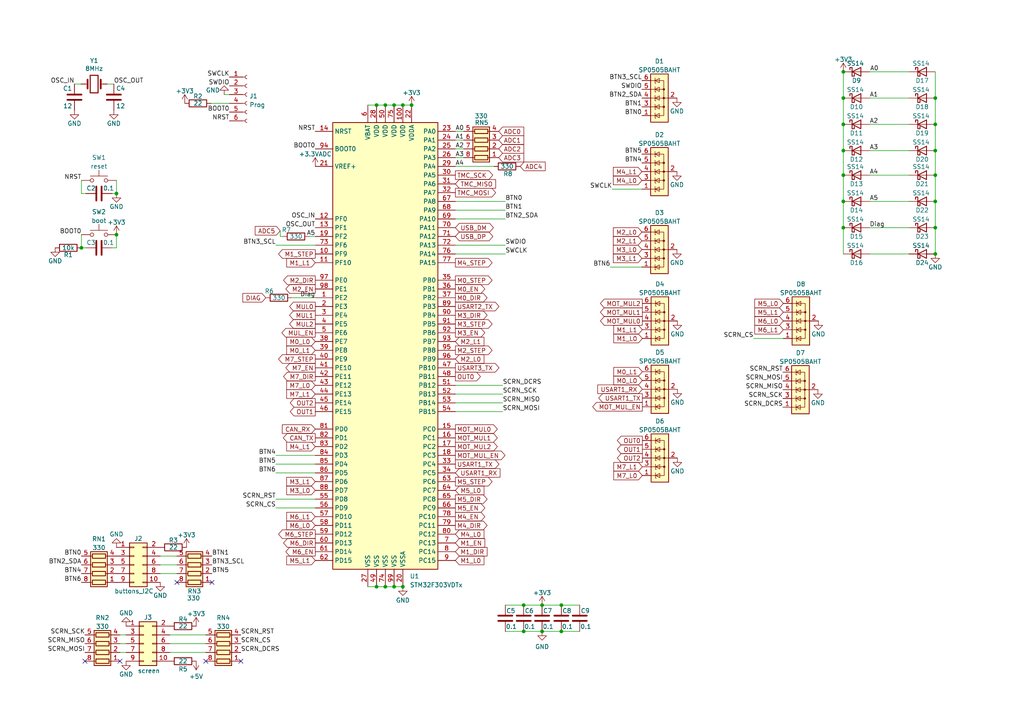
<source format=kicad_sch>
(kicad_sch (version 20211123) (generator eeschema)
  (paper "A4")
  (lib_symbols
    (symbol "Connector:Conn_01x06_Female" (pin_names (offset 1.016) hide)
      (property "Reference" "J" (at 0 7.62 0))
      (property "Value" "Conn_01x06_Female" (at 0 -10.16 0))
      (symbol "Conn_01x06_Female_1_1"
        (pin passive line (at -5.08 5.08 0) (length 3.81) (name "Pin_1") (number "1"))
        (pin passive line (at -5.08 2.54 0) (length 3.81) (name "Pin_2") (number "2"))
        (pin passive line (at -5.08 0 0) (length 3.81) (name "Pin_3") (number "3"))
        (pin passive line (at -5.08 -2.54 0) (length 3.81) (name "Pin_4") (number "4"))
        (pin passive line (at -5.08 -5.08 0) (length 3.81) (name "Pin_5") (number "5"))
        (pin passive line (at -5.08 -7.62 0) (length 3.81) (name "Pin_6") (number "6"))
      )
    )
    (symbol "Connector_Generic:Conn_02x05_Odd_Even" (pin_names (offset 1.016) hide)
      (property "Reference" "J" (at 1.27 7.62 0))
      (property "Value" "Conn_02x05_Odd_Even" (at 1.27 -7.62 0))
      (symbol "Conn_02x05_Odd_Even_1_1"
        (pin passive line (at -5.08 5.08 0) (length 3.81) (name "Pin_1") (number "1"))
        (pin passive line (at 7.62 -5.08 180) (length 3.81) (name "Pin_10") (number "10"))
        (pin passive line (at 7.62 5.08 180) (length 3.81) (name "Pin_2") (number "2"))
        (pin passive line (at -5.08 2.54 0) (length 3.81) (name "Pin_3") (number "3"))
        (pin passive line (at 7.62 2.54 180) (length 3.81) (name "Pin_4") (number "4"))
        (pin passive line (at -5.08 0 0) (length 3.81) (name "Pin_5") (number "5"))
        (pin passive line (at 7.62 0 180) (length 3.81) (name "Pin_6") (number "6"))
        (pin passive line (at -5.08 -2.54 0) (length 3.81) (name "Pin_7") (number "7"))
        (pin passive line (at 7.62 -2.54 180) (length 3.81) (name "Pin_8") (number "8"))
        (pin passive line (at -5.08 -5.08 0) (length 3.81) (name "Pin_9") (number "9"))
      )
    )
    (symbol "Device:C" (pin_numbers hide) (pin_names (offset 0.254))
      (property "Reference" "C" (at 0.635 2.54 0))
      (property "Value" "C" (at 0.635 -2.54 0))
      (symbol "C_1_1"
        (pin passive line (at 0 3.81 270) (length 2.794) (name "~") (number "1"))
        (pin passive line (at 0 -3.81 90) (length 2.794) (name "~") (number "2"))
      )
    )
    (symbol "Device:Crystal" (pin_numbers hide) (pin_names (offset 1.016) hide)
      (property "Reference" "Y" (at 0 3.81 0))
      (property "Value" "Crystal" (at 0 -3.81 0))
      (symbol "Crystal_1_1"
        (pin passive line (at -3.81 0 0) (length 1.27) (name "1") (number "1"))
        (pin passive line (at 3.81 0 180) (length 1.27) (name "2") (number "2"))
      )
    )
    (symbol "Device:D_Schottky" (pin_numbers hide) (pin_names (offset 1.016) hide)
      (property "Reference" "D" (at 0 2.54 0))
      (property "Value" "D_Schottky" (at 0 -2.54 0))
      (symbol "D_Schottky_1_1"
        (pin passive line (at -3.81 0 0) (length 2.54) (name "K") (number "1"))
        (pin passive line (at 3.81 0 180) (length 2.54) (name "A") (number "2"))
      )
    )
    (symbol "Device:R" (pin_numbers hide) (pin_names (offset 0))
      (property "Reference" "R" (at 2.032 0 90))
      (property "Value" "R" (at 0 0 90))
      (symbol "R_1_1"
        (pin passive line (at 0 3.81 270) (length 1.27) (name "~") (number "1"))
        (pin passive line (at 0 -3.81 90) (length 1.27) (name "~") (number "2"))
      )
    )
    (symbol "Device:R_Pack04" (pin_names (offset 0) hide)
      (property "Reference" "RN" (at -7.62 0 90))
      (property "Value" "R_Pack04" (at 5.08 0 90))
      (symbol "R_Pack04_1_1"
        (pin passive line (at -5.08 -5.08 90) (length 2.54) (name "R1.1") (number "1"))
        (pin passive line (at -2.54 -5.08 90) (length 2.54) (name "R2.1") (number "2"))
        (pin passive line (at 0 -5.08 90) (length 2.54) (name "R3.1") (number "3"))
        (pin passive line (at 2.54 -5.08 90) (length 2.54) (name "R4.1") (number "4"))
        (pin passive line (at 2.54 5.08 270) (length 2.54) (name "R4.2") (number "5"))
        (pin passive line (at 0 5.08 270) (length 2.54) (name "R3.2") (number "6"))
        (pin passive line (at -2.54 5.08 270) (length 2.54) (name "R2.2") (number "7"))
        (pin passive line (at -5.08 5.08 270) (length 2.54) (name "R1.2") (number "8"))
      )
    )
    (symbol "MCU_ST_STM32F3:STM32F303VDTx"
      (property "Reference" "U" (at -15.24 64.77 0))
      (property "Value" "STM32F303VDTx" (at 10.16 64.77 0))
      (symbol "STM32F303VDTx_1_1"
        (pin bidirectional line (at -20.32 12.7 0) (length 5.08) (name "PE2") (number "1"))
        (pin bidirectional line (at -20.32 25.4 0) (length 5.08) (name "PF9") (number "10"))
        (pin power_in line (at 5.08 68.58 270) (length 5.08) (name "VDD") (number "100"))
        (pin bidirectional line (at -20.32 22.86 0) (length 5.08) (name "PF10") (number "11"))
        (pin input line (at -20.32 35.56 0) (length 5.08) (name "PF0") (number "12"))
        (pin input line (at -20.32 33.02 0) (length 5.08) (name "PF1") (number "13"))
        (pin input line (at -20.32 60.96 0) (length 5.08) (name "NRST") (number "14"))
        (pin bidirectional line (at 20.32 -25.4 180) (length 5.08) (name "PC0") (number "15"))
        (pin bidirectional line (at 20.32 -27.94 180) (length 5.08) (name "PC1") (number "16"))
        (pin bidirectional line (at 20.32 -30.48 180) (length 5.08) (name "PC2") (number "17"))
        (pin bidirectional line (at 20.32 -33.02 180) (length 5.08) (name "PC3") (number "18"))
        (pin bidirectional line (at -20.32 30.48 0) (length 5.08) (name "PF2") (number "19"))
        (pin bidirectional line (at -20.32 10.16 0) (length 5.08) (name "PE3") (number "2"))
        (pin power_in line (at 5.08 -71.12 90) (length 5.08) (name "VSSA") (number "20"))
        (pin power_in line (at -20.32 50.8 0) (length 5.08) (name "VREF+") (number "21"))
        (pin power_in line (at 7.62 68.58 270) (length 5.08) (name "VDDA") (number "22"))
        (pin bidirectional line (at 20.32 60.96 180) (length 5.08) (name "PA0") (number "23"))
        (pin bidirectional line (at 20.32 58.42 180) (length 5.08) (name "PA1") (number "24"))
        (pin bidirectional line (at 20.32 55.88 180) (length 5.08) (name "PA2") (number "25"))
        (pin bidirectional line (at 20.32 53.34 180) (length 5.08) (name "PA3") (number "26"))
        (pin power_in line (at -5.08 -71.12 90) (length 5.08) (name "VSS") (number "27"))
        (pin power_in line (at -2.54 68.58 270) (length 5.08) (name "VDD") (number "28"))
        (pin bidirectional line (at 20.32 50.8 180) (length 5.08) (name "PA4") (number "29"))
        (pin bidirectional line (at -20.32 7.62 0) (length 5.08) (name "PE4") (number "3"))
        (pin bidirectional line (at 20.32 48.26 180) (length 5.08) (name "PA5") (number "30"))
        (pin bidirectional line (at 20.32 45.72 180) (length 5.08) (name "PA6") (number "31"))
        (pin bidirectional line (at 20.32 43.18 180) (length 5.08) (name "PA7") (number "32"))
        (pin bidirectional line (at 20.32 -35.56 180) (length 5.08) (name "PC4") (number "33"))
        (pin bidirectional line (at 20.32 -38.1 180) (length 5.08) (name "PC5") (number "34"))
        (pin bidirectional line (at 20.32 17.78 180) (length 5.08) (name "PB0") (number "35"))
        (pin bidirectional line (at 20.32 15.24 180) (length 5.08) (name "PB1") (number "36"))
        (pin bidirectional line (at 20.32 12.7 180) (length 5.08) (name "PB2") (number "37"))
        (pin bidirectional line (at -20.32 0 0) (length 5.08) (name "PE7") (number "38"))
        (pin bidirectional line (at -20.32 -2.54 0) (length 5.08) (name "PE8") (number "39"))
        (pin bidirectional line (at -20.32 5.08 0) (length 5.08) (name "PE5") (number "4"))
        (pin bidirectional line (at -20.32 -5.08 0) (length 5.08) (name "PE9") (number "40"))
        (pin bidirectional line (at -20.32 -7.62 0) (length 5.08) (name "PE10") (number "41"))
        (pin bidirectional line (at -20.32 -10.16 0) (length 5.08) (name "PE11") (number "42"))
        (pin bidirectional line (at -20.32 -12.7 0) (length 5.08) (name "PE12") (number "43"))
        (pin bidirectional line (at -20.32 -15.24 0) (length 5.08) (name "PE13") (number "44"))
        (pin bidirectional line (at -20.32 -17.78 0) (length 5.08) (name "PE14") (number "45"))
        (pin bidirectional line (at -20.32 -20.32 0) (length 5.08) (name "PE15") (number "46"))
        (pin bidirectional line (at 20.32 -7.62 180) (length 5.08) (name "PB10") (number "47"))
        (pin bidirectional line (at 20.32 -10.16 180) (length 5.08) (name "PB11") (number "48"))
        (pin power_in line (at -2.54 -71.12 90) (length 5.08) (name "VSS") (number "49"))
        (pin bidirectional line (at -20.32 2.54 0) (length 5.08) (name "PE6") (number "5"))
        (pin power_in line (at 0 68.58 270) (length 5.08) (name "VDD") (number "50"))
        (pin bidirectional line (at 20.32 -12.7 180) (length 5.08) (name "PB12") (number "51"))
        (pin bidirectional line (at 20.32 -15.24 180) (length 5.08) (name "PB13") (number "52"))
        (pin bidirectional line (at 20.32 -17.78 180) (length 5.08) (name "PB14") (number "53"))
        (pin bidirectional line (at 20.32 -20.32 180) (length 5.08) (name "PB15") (number "54"))
        (pin bidirectional line (at -20.32 -45.72 0) (length 5.08) (name "PD8") (number "55"))
        (pin bidirectional line (at -20.32 -48.26 0) (length 5.08) (name "PD9") (number "56"))
        (pin bidirectional line (at -20.32 -50.8 0) (length 5.08) (name "PD10") (number "57"))
        (pin bidirectional line (at -20.32 -53.34 0) (length 5.08) (name "PD11") (number "58"))
        (pin bidirectional line (at -20.32 -55.88 0) (length 5.08) (name "PD12") (number "59"))
        (pin power_in line (at -5.08 68.58 270) (length 5.08) (name "VBAT") (number "6"))
        (pin bidirectional line (at -20.32 -58.42 0) (length 5.08) (name "PD13") (number "60"))
        (pin bidirectional line (at -20.32 -60.96 0) (length 5.08) (name "PD14") (number "61"))
        (pin bidirectional line (at -20.32 -63.5 0) (length 5.08) (name "PD15") (number "62"))
        (pin bidirectional line (at 20.32 -40.64 180) (length 5.08) (name "PC6") (number "63"))
        (pin bidirectional line (at 20.32 -43.18 180) (length 5.08) (name "PC7") (number "64"))
        (pin bidirectional line (at 20.32 -45.72 180) (length 5.08) (name "PC8") (number "65"))
        (pin bidirectional line (at 20.32 -48.26 180) (length 5.08) (name "PC9") (number "66"))
        (pin bidirectional line (at 20.32 40.64 180) (length 5.08) (name "PA8") (number "67"))
        (pin bidirectional line (at 20.32 38.1 180) (length 5.08) (name "PA9") (number "68"))
        (pin bidirectional line (at 20.32 35.56 180) (length 5.08) (name "PA10") (number "69"))
        (pin bidirectional line (at 20.32 -58.42 180) (length 5.08) (name "PC13") (number "7"))
        (pin bidirectional line (at 20.32 33.02 180) (length 5.08) (name "PA11") (number "70"))
        (pin bidirectional line (at 20.32 30.48 180) (length 5.08) (name "PA12") (number "71"))
        (pin bidirectional line (at 20.32 27.94 180) (length 5.08) (name "PA13") (number "72"))
        (pin bidirectional line (at -20.32 27.94 0) (length 5.08) (name "PF6") (number "73"))
        (pin power_in line (at 0 -71.12 90) (length 5.08) (name "VSS") (number "74"))
        (pin power_in line (at 2.54 68.58 270) (length 5.08) (name "VDD") (number "75"))
        (pin bidirectional line (at 20.32 25.4 180) (length 5.08) (name "PA14") (number "76"))
        (pin bidirectional line (at 20.32 22.86 180) (length 5.08) (name "PA15") (number "77"))
        (pin bidirectional line (at 20.32 -50.8 180) (length 5.08) (name "PC10") (number "78"))
        (pin bidirectional line (at 20.32 -53.34 180) (length 5.08) (name "PC11") (number "79"))
        (pin bidirectional line (at 20.32 -60.96 180) (length 5.08) (name "PC14") (number "8"))
        (pin bidirectional line (at 20.32 -55.88 180) (length 5.08) (name "PC12") (number "80"))
        (pin bidirectional line (at -20.32 -25.4 0) (length 5.08) (name "PD0") (number "81"))
        (pin bidirectional line (at -20.32 -27.94 0) (length 5.08) (name "PD1") (number "82"))
        (pin bidirectional line (at -20.32 -30.48 0) (length 5.08) (name "PD2") (number "83"))
        (pin bidirectional line (at -20.32 -33.02 0) (length 5.08) (name "PD3") (number "84"))
        (pin bidirectional line (at -20.32 -35.56 0) (length 5.08) (name "PD4") (number "85"))
        (pin bidirectional line (at -20.32 -38.1 0) (length 5.08) (name "PD5") (number "86"))
        (pin bidirectional line (at -20.32 -40.64 0) (length 5.08) (name "PD6") (number "87"))
        (pin bidirectional line (at -20.32 -43.18 0) (length 5.08) (name "PD7") (number "88"))
        (pin bidirectional line (at 20.32 10.16 180) (length 5.08) (name "PB3") (number "89"))
        (pin bidirectional line (at 20.32 -63.5 180) (length 5.08) (name "PC15") (number "9"))
        (pin bidirectional line (at 20.32 7.62 180) (length 5.08) (name "PB4") (number "90"))
        (pin bidirectional line (at 20.32 5.08 180) (length 5.08) (name "PB5") (number "91"))
        (pin bidirectional line (at 20.32 2.54 180) (length 5.08) (name "PB6") (number "92"))
        (pin bidirectional line (at 20.32 0 180) (length 5.08) (name "PB7") (number "93"))
        (pin input line (at -20.32 55.88 0) (length 5.08) (name "BOOT0") (number "94"))
        (pin bidirectional line (at 20.32 -2.54 180) (length 5.08) (name "PB8") (number "95"))
        (pin bidirectional line (at 20.32 -5.08 180) (length 5.08) (name "PB9") (number "96"))
        (pin bidirectional line (at -20.32 17.78 0) (length 5.08) (name "PE0") (number "97"))
        (pin bidirectional line (at -20.32 15.24 0) (length 5.08) (name "PE1") (number "98"))
        (pin power_in line (at 2.54 -71.12 90) (length 5.08) (name "VSS") (number "99"))
      )
    )
    (symbol "Power_Protection:SP0505BAHT" (pin_names hide)
      (property "Reference" "D" (at 7.62 2.54 0))
      (property "Value" "SP0505BAHT" (at 7.62 0.635 0))
      (symbol "SP0505BAHT_0_0"
        (pin passive line (at 0 -5.08 90) (length 2.54) (name "A") (number "2"))
      )
      (symbol "SP0505BAHT_1_1"
        (pin passive line (at -5.08 5.08 270) (length 2.54) (name "K") (number "1"))
        (pin passive line (at -2.54 5.08 270) (length 2.54) (name "K") (number "3"))
        (pin passive line (at 0 5.08 270) (length 2.54) (name "K") (number "4"))
        (pin passive line (at 2.54 5.08 270) (length 2.54) (name "K") (number "5"))
        (pin passive line (at 5.08 5.08 270) (length 2.54) (name "K") (number "6"))
      )
    )
    (symbol "Switch:SW_Push" (pin_numbers hide) (pin_names (offset 1.016) hide)
      (property "Reference" "SW" (at 1.27 2.54 0))
      (property "Value" "SW_Push" (at 0 -1.524 0))
      (symbol "SW_Push_0_1"
        (pin passive line (at -5.08 0 0) (length 2.54) (name "1") (number "1"))
        (pin passive line (at 5.08 0 180) (length 2.54) (name "2") (number "2"))
      )
    )
    (symbol "power:+3.3VADC" (power) (pin_names (offset 0))
      (property "Value" "+3.3VADC" (at 0 2.54 0))
      (symbol "+3.3VADC_0_0"
        (pin power_in line (at 0 0 90) (length 0) hide (name "+3.3VADC") (number "1"))
      )
    )
    (symbol "power:+3V3" (power) (pin_names (offset 0))
      (property "Value" "+3V3" (at 0 3.556 0))
      (symbol "+3V3_1_1"
        (pin power_in line (at 0 0 90) (length 0) hide (name "+3V3") (number "1"))
      )
    )
    (symbol "power:+5V" (power) (pin_names (offset 0))
      (property "Value" "+5V" (at 0 3.556 0))
      (symbol "+5V_1_1"
        (pin power_in line (at 0 0 90) (length 0) hide (name "+5V") (number "1"))
      )
    )
    (symbol "power:GND" (power) (pin_names (offset 0))
      (property "Value" "GND" (at 0 -3.81 0))
      (symbol "GND_1_1"
        (pin power_in line (at 0 0 270) (length 0) hide (name "GND") (number "1"))
      )
    )
    (symbol "stm32-rescue:C" (pin_numbers hide) (pin_names (offset 0.254))
      (property "Reference" "C" (at 0.635 2.54 0))
      (property "Value" "C" (at 0.635 -2.54 0))
      (symbol "C_1_1"
        (pin passive line (at 0 3.81 270) (length 2.794) (name "~") (number "1"))
        (pin passive line (at 0 -3.81 90) (length 2.794) (name "~") (number "2"))
      )
    )
    (symbol "stm32-rescue:GND" (power) (pin_names (offset 0))
      (property "Value" "GND" (at 0 -3.81 0))
      (symbol "GND_1_1"
        (pin power_in line (at 0 0 270) (length 0) hide (name "GND") (number "1"))
      )
    )
  )
  (junction (at 151.892 175.514))
  (junction (at 23.622 71.882))
  (junction (at 157.226 183.134))
  (junction (at 109.22 170.18))
  (junction (at 271.272 36.068))
  (junction (at 116.84 170.18))
  (junction (at 111.76 30.48))
  (junction (at 157.226 175.514))
  (junction (at 271.272 43.688))
  (junction (at 109.22 30.48))
  (junction (at 271.272 58.42))
  (junction (at 271.272 66.04))
  (junction (at 114.3 30.48))
  (junction (at 162.814 175.514))
  (junction (at 111.76 170.18))
  (junction (at 244.602 36.068))
  (junction (at 244.602 20.828))
  (junction (at 114.3 170.18))
  (junction (at 244.602 28.448))
  (junction (at 271.272 50.8))
  (junction (at 119.38 30.48))
  (junction (at 33.782 56.134))
  (junction (at 244.602 58.42))
  (junction (at 271.272 28.448))
  (junction (at 244.602 43.688))
  (junction (at 151.892 183.134))
  (junction (at 33.782 68.072))
  (junction (at 162.814 183.134))
  (junction (at 244.602 66.04))
  (junction (at 116.84 30.48))
  (junction (at 244.602 50.8))
  (junction (at 271.272 73.66))
  (no_connect (at 69.85 191.77))
  (no_connect (at 59.69 191.77))
  (no_connect (at 51.308 168.91))
  (no_connect (at 61.468 168.91))
  (no_connect (at 34.798 191.77))
  (no_connect (at 24.638 191.77))
  (wire (pts (xy 252.222 20.828) (xy 263.652 20.828)))
  (wire (pts (xy 271.272 20.828) (xy 271.272 28.448)))
  (wire (pts (xy 49.276 186.69) (xy 59.69 186.69)))
  (wire (pts (xy 244.602 20.828) (xy 244.602 28.448)))
  (wire (pts (xy 252.222 73.66) (xy 263.652 73.66)))
  (wire (pts (xy 114.3 170.18) (xy 116.84 170.18)))
  (wire (pts (xy 84.709 86.36) (xy 91.44 86.36)))
  (wire (pts (xy 244.602 58.42) (xy 244.602 66.04)))
  (wire (pts (xy 106.68 170.18) (xy 109.22 170.18)))
  (wire (pts (xy 32.512 71.882) (xy 33.782 71.882)))
  (wire (pts (xy 145.796 114.3) (xy 132.08 114.3)))
  (wire (pts (xy 46.482 163.83) (xy 51.308 163.83)))
  (wire (pts (xy 271.272 50.8) (xy 271.272 58.42)))
  (wire (pts (xy 271.272 58.42) (xy 271.272 66.04)))
  (wire (pts (xy 81.28 68.58) (xy 82.042 68.58)))
  (wire (pts (xy 162.814 175.514) (xy 168.148 175.514)))
  (wire (pts (xy 80.01 134.62) (xy 91.44 134.62)))
  (wire (pts (xy 146.558 63.5) (xy 132.08 63.5)))
  (wire (pts (xy 157.226 183.134) (xy 162.814 183.134)))
  (wire (pts (xy 244.602 36.068) (xy 244.602 43.688)))
  (wire (pts (xy 252.222 50.8) (xy 263.652 50.8)))
  (wire (pts (xy 33.02 24.384) (xy 31.115 24.384)))
  (wire (pts (xy 271.272 28.448) (xy 271.272 36.068)))
  (wire (pts (xy 134.493 45.72) (xy 132.08 45.72)))
  (wire (pts (xy 244.602 43.688) (xy 244.602 50.8)))
  (wire (pts (xy 46.482 161.29) (xy 51.308 161.29)))
  (wire (pts (xy 23.622 56.134) (xy 23.622 52.324)))
  (wire (pts (xy 34.798 189.23) (xy 36.576 189.23)))
  (wire (pts (xy 145.796 111.76) (xy 132.08 111.76)))
  (wire (pts (xy 244.602 50.8) (xy 244.602 58.42)))
  (wire (pts (xy 116.84 30.48) (xy 119.38 30.48)))
  (wire (pts (xy 89.662 68.58) (xy 91.44 68.58)))
  (wire (pts (xy 151.892 175.514) (xy 157.226 175.514)))
  (wire (pts (xy 33.782 52.324) (xy 33.782 56.134)))
  (wire (pts (xy 65.024 27.432) (xy 66.548 27.432)))
  (wire (pts (xy 114.3 30.48) (xy 116.84 30.48)))
  (wire (pts (xy 80.01 71.12) (xy 91.44 71.12)))
  (wire (pts (xy 244.602 28.448) (xy 244.602 36.068)))
  (wire (pts (xy 145.796 119.38) (xy 132.08 119.38)))
  (wire (pts (xy 244.602 66.04) (xy 244.602 73.66)))
  (wire (pts (xy 134.493 43.18) (xy 132.08 43.18)))
  (wire (pts (xy 80.01 144.78) (xy 91.44 144.78)))
  (wire (pts (xy 218.567 98.171) (xy 227.203 98.171)))
  (wire (pts (xy 109.22 30.48) (xy 111.76 30.48)))
  (wire (pts (xy 23.622 68.072) (xy 23.622 71.882)))
  (wire (pts (xy 49.276 184.15) (xy 59.69 184.15)))
  (wire (pts (xy 132.08 48.26) (xy 143.256 48.26)))
  (wire (pts (xy 33.782 71.882) (xy 33.782 68.072)))
  (wire (pts (xy 81.28 66.929) (xy 81.28 68.58)))
  (wire (pts (xy 146.558 175.514) (xy 151.892 175.514)))
  (wire (pts (xy 252.222 66.04) (xy 263.652 66.04)))
  (wire (pts (xy 252.222 28.448) (xy 263.652 28.448)))
  (wire (pts (xy 21.59 24.384) (xy 23.495 24.384)))
  (wire (pts (xy 252.222 43.688) (xy 263.652 43.688)))
  (wire (pts (xy 49.276 189.23) (xy 59.69 189.23)))
  (wire (pts (xy 151.892 183.134) (xy 157.226 183.134)))
  (wire (pts (xy 80.01 132.08) (xy 91.44 132.08)))
  (wire (pts (xy 157.226 175.514) (xy 162.814 175.514)))
  (wire (pts (xy 177.546 54.864) (xy 186.182 54.864)))
  (wire (pts (xy 252.222 36.068) (xy 263.652 36.068)))
  (wire (pts (xy 61.214 29.972) (xy 66.548 29.972)))
  (wire (pts (xy 271.272 36.068) (xy 271.272 43.688)))
  (wire (pts (xy 146.558 183.134) (xy 151.892 183.134)))
  (wire (pts (xy 46.482 166.37) (xy 51.308 166.37)))
  (wire (pts (xy 271.272 43.688) (xy 271.272 50.8)))
  (wire (pts (xy 177.038 77.47) (xy 186.182 77.47)))
  (wire (pts (xy 109.22 170.18) (xy 111.76 170.18)))
  (wire (pts (xy 23.622 71.882) (xy 24.892 71.882)))
  (wire (pts (xy 132.08 73.66) (xy 146.558 73.66)))
  (wire (pts (xy 134.493 40.64) (xy 132.08 40.64)))
  (wire (pts (xy 146.558 58.42) (xy 132.08 58.42)))
  (wire (pts (xy 134.493 38.1) (xy 132.08 38.1)))
  (wire (pts (xy 252.222 58.42) (xy 263.652 58.42)))
  (wire (pts (xy 34.798 186.69) (xy 36.576 186.69)))
  (wire (pts (xy 271.272 66.04) (xy 271.272 73.66)))
  (wire (pts (xy 34.798 184.15) (xy 36.576 184.15)))
  (wire (pts (xy 33.782 56.134) (xy 32.512 56.134)))
  (wire (pts (xy 132.08 71.12) (xy 146.558 71.12)))
  (wire (pts (xy 111.76 170.18) (xy 114.3 170.18)))
  (wire (pts (xy 145.796 116.84) (xy 132.08 116.84)))
  (wire (pts (xy 111.76 30.48) (xy 114.3 30.48)))
  (wire (pts (xy 80.01 147.32) (xy 91.44 147.32)))
  (wire (pts (xy 80.01 137.16) (xy 91.44 137.16)))
  (wire (pts (xy 106.68 30.48) (xy 109.22 30.48)))
  (wire (pts (xy 162.814 183.134) (xy 168.148 183.134)))
  (wire (pts (xy 24.892 56.134) (xy 23.622 56.134)))
  (wire (pts (xy 146.558 60.96) (xy 132.08 60.96)))
  (label "BTN0" (at 146.558 58.42 0))
  (label "A5" (at 252.222 58.42 0))
  (label "SCRN_MOSI" (at 24.638 189.23 180))
  (label "BTN3_SCL" (at 80.01 71.12 180))
  (label "SCRN_RST" (at 227.076 107.95 180))
  (label "A3" (at 252.222 43.688 0))
  (label "A5" (at 91.44 68.58 180))
  (label "BTN5" (at 61.468 166.37 0))
  (label "BTN2_SDA" (at 186.182 28.448 180))
  (label "NRST" (at 91.44 38.1 180))
  (label "A1" (at 252.222 28.448 0))
  (label "BTN5" (at 80.01 134.62 180))
  (label "A4" (at 252.222 50.8 0))
  (label "SCRN_SCK" (at 24.638 184.15 180))
  (label "BTN4" (at 23.622 166.37 180))
  (label "BTN0" (at 186.182 33.528 180))
  (label "SCRN_SCK" (at 145.796 114.3 0))
  (label "SCRN_DCRS" (at 227.076 118.11 180))
  (label "SWCLK" (at 177.546 54.864 180))
  (label "A0" (at 132.08 38.1 0))
  (label "BTN1" (at 146.558 60.96 0))
  (label "OSC_IN" (at 91.44 63.5 180))
  (label "BTN1" (at 61.468 161.29 0))
  (label "BOOT0" (at 23.622 68.072 180))
  (label "BTN4" (at 80.01 132.08 180))
  (label "SWCLK" (at 66.548 22.352 180))
  (label "BTN1" (at 186.182 30.988 180))
  (label "SCRN_MISO" (at 227.076 113.03 180))
  (label "SCRN_DCRS" (at 69.85 189.23 0))
  (label "SWCLK" (at 146.558 73.66 0))
  (label "SCRN_RST" (at 69.85 184.15 0))
  (label "NRST" (at 66.548 35.052 180))
  (label "Diag" (at 91.44 86.36 180))
  (label "BTN3_SCL" (at 186.182 23.368 180))
  (label "BTN5" (at 186.182 44.704 180))
  (label "Diag" (at 252.222 66.04 0))
  (label "SCRN_MOSI" (at 227.076 110.49 180))
  (label "BTN2_SDA" (at 23.622 163.83 180))
  (label "OSC_IN" (at 21.59 24.384 180))
  (label "SCRN_CS" (at 80.01 147.32 180))
  (label "SCRN_CS" (at 69.85 186.69 0))
  (label "SCRN_MISO" (at 145.796 116.84 0))
  (label "OSC_OUT" (at 91.44 66.04 180))
  (label "A3" (at 132.08 45.72 0))
  (label "SCRN_MISO" (at 24.638 186.69 180))
  (label "BTN3_SCL" (at 61.468 163.83 0))
  (label "A1" (at 132.08 40.64 0))
  (label "SCRN_MOSI" (at 145.796 119.38 0))
  (label "SWDIO" (at 146.558 71.12 0))
  (label "SWDIO" (at 186.182 25.908 180))
  (label "SCRN_SCK" (at 227.076 115.57 180))
  (label "A0" (at 252.349 20.828 0))
  (label "BTN0" (at 23.622 161.29 180))
  (label "BOOT0" (at 91.44 43.18 180))
  (label "BOOT0" (at 66.548 32.512 180))
  (label "BTN2_SDA" (at 146.558 63.5 0))
  (label "SCRN_CS" (at 218.567 98.171 180))
  (label "BTN6" (at 23.622 168.91 180))
  (label "SCRN_DCRS" (at 145.796 111.76 0))
  (label "SWDIO" (at 66.548 24.892 180))
  (label "A2" (at 252.222 36.068 0))
  (label "OSC_OUT" (at 33.02 24.384 0))
  (label "SCRN_RST" (at 80.01 144.78 180))
  (label "BTN6" (at 177.038 77.47 180))
  (label "BTN6" (at 80.01 137.16 180))
  (label "BTN4" (at 186.182 47.244 180))
  (label "A4" (at 132.08 48.26 0))
  (label "A2" (at 132.08 43.18 0))
  (label "NRST" (at 23.622 52.324 180))
  (global_label "M1_L0" (shape input) (at 186.309 98.171 180) (property "Intersheet References" "${INTERSHEET_REFS}" (effects hide)))
  (global_label "M5_L0" (shape input) (at 132.08 142.24 0) (property "Intersheet References" "${INTERSHEET_REFS}" (effects hide)))
  (global_label "M2_DIR" (shape output) (at 91.44 81.28 180) (property "Intersheet References" "${INTERSHEET_REFS}" (effects hide)))
  (global_label "M6_L0" (shape input) (at 91.44 152.4 180) (property "Intersheet References" "${INTERSHEET_REFS}" (effects hide)))
  (global_label "M6_L1" (shape input) (at 227.203 95.631 180) (property "Intersheet References" "${INTERSHEET_REFS}" (effects hide)))
  (global_label "MUL1" (shape output) (at 91.44 91.44 180) (property "Intersheet References" "${INTERSHEET_REFS}" (effects hide)))
  (global_label "USART1_TX" (shape output) (at 132.08 134.62 0) (property "Intersheet References" "${INTERSHEET_REFS}" (effects hide)))
  (global_label "OUT0" (shape output) (at 132.08 109.22 0) (property "Intersheet References" "${INTERSHEET_REFS}" (effects hide)))
  (global_label "USART1_RX" (shape input) (at 186.309 112.903 180) (property "Intersheet References" "${INTERSHEET_REFS}" (effects hide)))
  (global_label "M3_L0" (shape input) (at 91.44 142.24 180) (property "Intersheet References" "${INTERSHEET_REFS}" (effects hide)))
  (global_label "M0_EN" (shape output) (at 132.08 83.82 0) (property "Intersheet References" "${INTERSHEET_REFS}" (effects hide)))
  (global_label "M6_EN" (shape output) (at 91.44 160.02 180) (property "Intersheet References" "${INTERSHEET_REFS}" (effects hide)))
  (global_label "MOT_MUL0" (shape output) (at 186.309 93.091 180) (property "Intersheet References" "${INTERSHEET_REFS}" (effects hide)))
  (global_label "DIAG" (shape input) (at 77.089 86.36 180) (property "Intersheet References" "${INTERSHEET_REFS}" (effects hide)))
  (global_label "M2_L1" (shape input) (at 186.182 69.85 180) (property "Intersheet References" "${INTERSHEET_REFS}" (effects hide)))
  (global_label "TMC_MISO" (shape input) (at 132.08 53.34 0) (property "Intersheet References" "${INTERSHEET_REFS}" (effects hide)))
  (global_label "CAN_RX" (shape input) (at 91.44 124.46 180) (property "Intersheet References" "${INTERSHEET_REFS}" (effects hide)))
  (global_label "M7_L0" (shape input) (at 186.309 137.922 180) (property "Intersheet References" "${INTERSHEET_REFS}" (effects hide)))
  (global_label "M4_L0" (shape input) (at 186.182 52.324 180) (property "Intersheet References" "${INTERSHEET_REFS}" (effects hide)))
  (global_label "M1_EN" (shape input) (at 132.08 157.48 0) (property "Intersheet References" "${INTERSHEET_REFS}" (effects hide)))
  (global_label "MOT_MUL_EN" (shape output) (at 132.08 132.08 0) (property "Intersheet References" "${INTERSHEET_REFS}" (effects hide)))
  (global_label "M7_L1" (shape input) (at 91.44 114.3 180) (property "Intersheet References" "${INTERSHEET_REFS}" (effects hide)))
  (global_label "USART1_RX" (shape input) (at 132.08 137.16 0) (property "Intersheet References" "${INTERSHEET_REFS}" (effects hide)))
  (global_label "M6_DIR" (shape output) (at 91.44 157.48 180) (property "Intersheet References" "${INTERSHEET_REFS}" (effects hide)))
  (global_label "USART1_TX" (shape output) (at 186.309 115.443 180) (property "Intersheet References" "${INTERSHEET_REFS}" (effects hide)))
  (global_label "M4_EN" (shape output) (at 132.08 149.86 0) (property "Intersheet References" "${INTERSHEET_REFS}" (effects hide)))
  (global_label "M0_L1" (shape input) (at 91.44 101.6 180) (property "Intersheet References" "${INTERSHEET_REFS}" (effects hide)))
  (global_label "M1_STEP" (shape output) (at 91.44 73.66 180) (property "Intersheet References" "${INTERSHEET_REFS}" (effects hide)))
  (global_label "OUT2" (shape output) (at 186.309 132.842 180) (property "Intersheet References" "${INTERSHEET_REFS}" (effects hide)))
  (global_label "ADC4" (shape input) (at 150.876 48.26 0) (property "Intersheet References" "${INTERSHEET_REFS}" (effects hide)))
  (global_label "OUT2" (shape output) (at 91.44 116.84 180) (property "Intersheet References" "${INTERSHEET_REFS}" (effects hide)))
  (global_label "M0_L0" (shape input) (at 186.309 110.363 180) (property "Intersheet References" "${INTERSHEET_REFS}" (effects hide)))
  (global_label "M3_L0" (shape input) (at 186.182 72.39 180) (property "Intersheet References" "${INTERSHEET_REFS}" (effects hide)))
  (global_label "M2_L1" (shape input) (at 132.08 99.06 0) (property "Intersheet References" "${INTERSHEET_REFS}" (effects hide)))
  (global_label "ADC2" (shape input) (at 144.653 43.18 0) (property "Intersheet References" "${INTERSHEET_REFS}" (effects hide)))
  (global_label "MOT_MUL1" (shape output) (at 132.08 127 0) (property "Intersheet References" "${INTERSHEET_REFS}" (effects hide)))
  (global_label "M0_STEP" (shape output) (at 132.08 81.28 0) (property "Intersheet References" "${INTERSHEET_REFS}" (effects hide)))
  (global_label "M7_L1" (shape input) (at 186.309 135.382 180) (property "Intersheet References" "${INTERSHEET_REFS}" (effects hide)))
  (global_label "MUL0" (shape output) (at 91.44 88.9 180) (property "Intersheet References" "${INTERSHEET_REFS}" (effects hide)))
  (global_label "M3_L1" (shape input) (at 186.182 74.93 180) (property "Intersheet References" "${INTERSHEET_REFS}" (effects hide)))
  (global_label "M1_DIR" (shape input) (at 132.08 160.02 0) (property "Intersheet References" "${INTERSHEET_REFS}" (effects hide)))
  (global_label "M2_EN" (shape output) (at 91.44 83.82 180) (property "Intersheet References" "${INTERSHEET_REFS}" (effects hide)))
  (global_label "M3_L1" (shape input) (at 91.44 139.7 180) (property "Intersheet References" "${INTERSHEET_REFS}" (effects hide)))
  (global_label "M3_EN" (shape output) (at 132.08 96.52 0) (property "Intersheet References" "${INTERSHEET_REFS}" (effects hide)))
  (global_label "M3_DIR" (shape output) (at 132.08 91.44 0) (property "Intersheet References" "${INTERSHEET_REFS}" (effects hide)))
  (global_label "MOT_MUL0" (shape output) (at 132.08 124.46 0) (property "Intersheet References" "${INTERSHEET_REFS}" (effects hide)))
  (global_label "M4_L1" (shape input) (at 91.44 129.54 180) (property "Intersheet References" "${INTERSHEET_REFS}" (effects hide)))
  (global_label "M5_L0" (shape input) (at 227.203 88.011 180) (property "Intersheet References" "${INTERSHEET_REFS}" (effects hide)))
  (global_label "M1_L1" (shape input) (at 91.44 76.2 180) (property "Intersheet References" "${INTERSHEET_REFS}" (effects hide)))
  (global_label "M7_DIR" (shape output) (at 91.44 109.22 180) (property "Intersheet References" "${INTERSHEET_REFS}" (effects hide)))
  (global_label "MUL_EN" (shape output) (at 91.44 96.52 180) (property "Intersheet References" "${INTERSHEET_REFS}" (effects hide)))
  (global_label "USB_DM" (shape bidirectional) (at 132.08 66.04 0) (property "Intersheet References" "${INTERSHEET_REFS}" (effects hide)))
  (global_label "M4_L0" (shape input) (at 132.08 154.94 0) (property "Intersheet References" "${INTERSHEET_REFS}" (effects hide)))
  (global_label "M5_STEP" (shape output) (at 132.08 139.7 0) (property "Intersheet References" "${INTERSHEET_REFS}" (effects hide)))
  (global_label "MOT_MUL2" (shape output) (at 132.08 129.54 0) (property "Intersheet References" "${INTERSHEET_REFS}" (effects hide)))
  (global_label "USART3_TX" (shape output) (at 132.08 106.68 0) (property "Intersheet References" "${INTERSHEET_REFS}" (effects hide)))
  (global_label "M5_L1" (shape input) (at 227.203 90.551 180) (property "Intersheet References" "${INTERSHEET_REFS}" (effects hide)))
  (global_label "TMC_SCK" (shape output) (at 132.08 50.8 0) (property "Intersheet References" "${INTERSHEET_REFS}" (effects hide)))
  (global_label "ADC0" (shape input) (at 144.653 38.1 0) (property "Intersheet References" "${INTERSHEET_REFS}" (effects hide)))
  (global_label "M1_L1" (shape input) (at 186.309 95.631 180) (property "Intersheet References" "${INTERSHEET_REFS}" (effects hide)))
  (global_label "M6_STEP" (shape output) (at 91.44 154.94 180) (property "Intersheet References" "${INTERSHEET_REFS}" (effects hide)))
  (global_label "M5_L1" (shape input) (at 91.44 162.56 180) (property "Intersheet References" "${INTERSHEET_REFS}" (effects hide)))
  (global_label "MOT_MUL1" (shape output) (at 186.309 90.551 180) (property "Intersheet References" "${INTERSHEET_REFS}" (effects hide)))
  (global_label "ADC1" (shape input) (at 144.653 40.64 0) (property "Intersheet References" "${INTERSHEET_REFS}" (effects hide)))
  (global_label "M5_DIR" (shape output) (at 132.08 144.78 0) (property "Intersheet References" "${INTERSHEET_REFS}" (effects hide)))
  (global_label "M6_L1" (shape input) (at 91.44 149.86 180) (property "Intersheet References" "${INTERSHEET_REFS}" (effects hide)))
  (global_label "CAN_TX" (shape output) (at 91.44 127 180) (property "Intersheet References" "${INTERSHEET_REFS}" (effects hide)))
  (global_label "OUT0" (shape output) (at 186.309 127.762 180) (property "Intersheet References" "${INTERSHEET_REFS}" (effects hide)))
  (global_label "TMC_MOSI" (shape output) (at 132.08 55.88 0) (property "Intersheet References" "${INTERSHEET_REFS}" (effects hide)))
  (global_label "M3_STEP" (shape output) (at 132.08 93.98 0) (property "Intersheet References" "${INTERSHEET_REFS}" (effects hide)))
  (global_label "M0_DIR" (shape output) (at 132.08 86.36 0) (property "Intersheet References" "${INTERSHEET_REFS}" (effects hide)))
  (global_label "MUL2" (shape output) (at 91.44 93.98 180) (property "Intersheet References" "${INTERSHEET_REFS}" (effects hide)))
  (global_label "M6_L0" (shape input) (at 227.203 93.091 180) (property "Intersheet References" "${INTERSHEET_REFS}" (effects hide)))
  (global_label "M2_STEP" (shape output) (at 132.08 101.6 0) (property "Intersheet References" "${INTERSHEET_REFS}" (effects hide)))
  (global_label "M1_L0" (shape input) (at 132.08 162.56 0) (property "Intersheet References" "${INTERSHEET_REFS}" (effects hide)))
  (global_label "M0_L0" (shape input) (at 91.44 99.06 180) (property "Intersheet References" "${INTERSHEET_REFS}" (effects hide)))
  (global_label "M7_STEP" (shape output) (at 91.44 104.14 180) (property "Intersheet References" "${INTERSHEET_REFS}" (effects hide)))
  (global_label "OUT1" (shape output) (at 186.309 130.302 180) (property "Intersheet References" "${INTERSHEET_REFS}" (effects hide)))
  (global_label "USB_DP" (shape bidirectional) (at 132.08 68.58 0) (property "Intersheet References" "${INTERSHEET_REFS}" (effects hide)))
  (global_label "M5_EN" (shape output) (at 132.08 147.32 0) (property "Intersheet References" "${INTERSHEET_REFS}" (effects hide)))
  (global_label "OUT1" (shape output) (at 91.44 119.38 180) (property "Intersheet References" "${INTERSHEET_REFS}" (effects hide)))
  (global_label "M0_L1" (shape input) (at 186.309 107.823 180) (property "Intersheet References" "${INTERSHEET_REFS}" (effects hide)))
  (global_label "M4_L1" (shape input) (at 186.182 49.784 180) (property "Intersheet References" "${INTERSHEET_REFS}" (effects hide)))
  (global_label "M4_STEP" (shape output) (at 132.08 76.2 0) (property "Intersheet References" "${INTERSHEET_REFS}" (effects hide)))
  (global_label "ADC5" (shape input) (at 81.28 66.929 180) (property "Intersheet References" "${INTERSHEET_REFS}" (effects hide)))
  (global_label "M2_L0" (shape input) (at 186.182 67.31 180) (property "Intersheet References" "${INTERSHEET_REFS}" (effects hide)))
  (global_label "MOT_MUL_EN" (shape output) (at 186.309 117.983 180) (property "Intersheet References" "${INTERSHEET_REFS}" (effects hide)))
  (global_label "ADC3" (shape input) (at 144.653 45.72 0) (property "Intersheet References" "${INTERSHEET_REFS}" (effects hide)))
  (global_label "MOT_MUL2" (shape output) (at 186.309 88.011 180) (property "Intersheet References" "${INTERSHEET_REFS}" (effects hide)))
  (global_label "M7_EN" (shape output) (at 91.44 106.68 180) (property "Intersheet References" "${INTERSHEET_REFS}" (effects hide)))
  (global_label "USART2_TX" (shape output) (at 132.08 88.9 0) (property "Intersheet References" "${INTERSHEET_REFS}" (effects hide)))
  (global_label "M2_L0" (shape input) (at 132.08 104.14 0) (property "Intersheet References" "${INTERSHEET_REFS}" (effects hide)))
  (global_label "M7_L0" (shape input) (at 91.44 111.76 180) (property "Intersheet References" "${INTERSHEET_REFS}" (effects hide)))
  (global_label "M4_DIR" (shape output) (at 132.08 152.4 0) (property "Intersheet References" "${INTERSHEET_REFS}" (effects hide)))
  (symbol (lib_id "Device:C") (at 157.226 179.324 0) (unit 1)
    (property "Reference" "C7" (at 157.48 177.165 0) (effects (justify left)))
    (property "Value" "0.1" (at 157.353 181.737 0) (effects (justify left)))
    (property "Footprint" "Capacitor_SMD:C_0603_1608Metric_Pad1.08x0.95mm_HandSolder" (effects hide))
  )
  (symbol (lib_id "stm32-rescue:GND") (at 36.576 181.61 180) (unit 1)
    (property "Reference" "#PWR0111" (effects hide))
    (property "Value" "GND" (at 36.576 177.8 0))
  )
  (symbol (lib_id "Connector:Conn_01x06_Female") (at 71.628 27.432 0) (unit 1)
    (property "Reference" "J1" (at 72.3392 27.8673 0) (effects (justify left)))
    (property "Value" "Prog" (at 72.3392 30.4042 0) (effects (justify left)))
    (property "Footprint" "Connector_PinSocket_1.27mm:PinSocket_1x06_P1.27mm_Vertical" (effects hide))
  )
  (symbol (lib_id "Device:R") (at 57.404 29.972 90) (unit 1)
    (property "Reference" "R2" (at 57.404 27.94 90))
    (property "Value" "22" (at 57.404 29.972 90))
    (property "Footprint" "Resistor_SMD:R_0603_1608Metric_Pad0.98x0.95mm_HandSolder" (effects hide))
  )
  (symbol (lib_id "Device:D_Schottky") (at 267.462 20.828 0) (unit 1)
    (property "Reference" "D17" (at 267.462 23.368 0))
    (property "Value" "SS14" (at 267.1445 18.3951 0))
    (property "Footprint" "Diode_SMD:D_SOD-323_HandSoldering" (effects hide))
  )
  (symbol (lib_id "power:GND") (at 116.84 170.18 0) (unit 1)
    (property "Reference" "#PWR07" (effects hide))
    (property "Value" "GND" (at 116.84 174.117 0))
  )
  (symbol (lib_id "Device:R_Pack04") (at 29.718 186.69 90) (unit 1)
    (property "Reference" "RN2" (at 29.718 179.1802 90))
    (property "Value" "330" (at 29.718 181.7171 90))
    (property "Footprint" "Resistor_SMD:R_Array_Convex_4x0603" (effects hide))
  )
  (symbol (lib_id "power:+5V") (at 56.896 191.77 180) (unit 1)
    (property "Reference" "#PWR0116" (effects hide))
    (property "Value" "+5V" (at 56.896 196.2134 0))
  )
  (symbol (lib_id "power:+3V3") (at 119.38 30.48 0) (unit 1)
    (property "Reference" "#PWR08" (effects hide))
    (property "Value" "+3V3" (at 119.38 26.9042 0))
  )
  (symbol (lib_id "MCU_ST_STM32F3:STM32F303VDTx") (at 111.76 99.06 0) (unit 1)
    (property "Reference" "U1" (at 118.8594 167.1304 0) (effects (justify left)))
    (property "Value" "STM32F303VDTx" (at 118.8594 169.6673 0) (effects (justify left)))
    (property "Footprint" "Package_QFP:LQFP-100_14x14mm_P0.5mm" (effects hide))
    (property "Datasheet" "http://www.st.com/st-web-ui/static/active/en/resource/technical/document/datasheet/DM00118585.pdf" (effects hide))
  )
  (symbol (lib_id "Device:D_Schottky") (at 248.412 36.068 0) (unit 1)
    (property "Reference" "D11" (at 248.412 38.608 0))
    (property "Value" "SS14" (at 248.0945 33.6351 0))
    (property "Footprint" "Diode_SMD:D_SOD-323_HandSoldering" (effects hide))
  )
  (symbol (lib_id "Device:C") (at 162.814 179.324 0) (unit 1)
    (property "Reference" "C8" (at 163.068 177.165 0) (effects (justify left)))
    (property "Value" "0.1" (at 162.941 181.737 0) (effects (justify left)))
    (property "Footprint" "Capacitor_SMD:C_0603_1608Metric_Pad1.08x0.95mm_HandSolder" (effects hide))
  )
  (symbol (lib_id "Device:R") (at 53.086 181.61 90) (unit 1)
    (property "Reference" "R4" (at 53.086 179.578 90))
    (property "Value" "22" (at 53.086 181.61 90))
    (property "Footprint" "Resistor_SMD:R_0603_1608Metric_Pad0.98x0.95mm_HandSolder" (effects hide))
  )
  (symbol (lib_id "Switch:SW_Push") (at 28.702 52.324 0) (unit 1)
    (property "Reference" "SW1" (at 28.702 45.7032 0))
    (property "Value" "reset" (at 28.702 48.2401 0))
    (property "Footprint" "Button_Switch_SMD:SW_SPST_FSMSM" (effects hide))
  )
  (symbol (lib_id "power:+3V3") (at 53.594 29.972 0) (unit 1)
    (property "Reference" "#PWR09" (effects hide))
    (property "Value" "+3V3" (at 53.594 26.3962 0))
  )
  (symbol (lib_id "stm32-rescue:GND") (at 196.469 132.842 0) (unit 1)
    (property "Reference" "#PWR0110" (effects hide))
    (property "Value" "GND" (at 196.469 136.652 0))
  )
  (symbol (lib_id "Device:D_Schottky") (at 267.462 36.068 0) (unit 1)
    (property "Reference" "D19" (at 267.462 38.608 0))
    (property "Value" "SS14" (at 267.1445 33.6351 0))
    (property "Footprint" "Diode_SMD:D_SOD-323_HandSoldering" (effects hide))
  )
  (symbol (lib_id "Device:D_Schottky") (at 248.412 66.04 0) (unit 1)
    (property "Reference" "D15" (at 248.412 68.58 0))
    (property "Value" "SS14" (at 248.0945 63.6071 0))
    (property "Footprint" "Diode_SMD:D_SOD-323_HandSoldering" (effects hide))
  )
  (symbol (lib_id "stm32-rescue:GND") (at 237.236 113.03 0) (unit 1)
    (property "Reference" "#PWR0106" (effects hide))
    (property "Value" "GND" (at 237.236 116.84 0))
  )
  (symbol (lib_id "Device:R_Pack04") (at 139.573 40.64 90) (unit 1)
    (property "Reference" "RN5" (at 139.7 35.56 90))
    (property "Value" "330" (at 139.573 33.655 90))
    (property "Footprint" "Resistor_SMD:R_Array_Convex_4x0603" (effects hide))
  )
  (symbol (lib_id "Connector_Generic:Conn_02x05_Odd_Even") (at 41.656 186.69 0) (unit 1)
    (property "Reference" "J3" (at 42.926 179.07 0))
    (property "Value" "screen" (at 43.18 194.564 0))
    (property "Footprint" "Connector_IDC:IDC-Header_2x05_P2.54mm_Vertical" (effects hide))
  )
  (symbol (lib_id "Device:D_Schottky") (at 267.462 50.8 0) (unit 1)
    (property "Reference" "D21" (at 267.462 53.34 0))
    (property "Value" "SS14" (at 267.1445 48.3671 0))
    (property "Footprint" "Diode_SMD:D_SOD-323_HandSoldering" (effects hide))
  )
  (symbol (lib_id "power:GND") (at 65.024 27.432 180) (unit 1)
    (property "Reference" "#PWR012" (effects hide))
    (property "Value" "GND" (at 59.69 26.162 0) (effects (justify right)))
  )
  (symbol (lib_id "Device:R") (at 50.292 158.75 90) (unit 1)
    (property "Reference" "R3" (at 50.292 156.718 90))
    (property "Value" "22" (at 50.292 158.75 90))
    (property "Footprint" "Resistor_SMD:R_0603_1608Metric_Pad0.98x0.95mm_HandSolder" (effects hide))
  )
  (symbol (lib_id "stm32-rescue:GND") (at 33.782 158.75 180) (unit 1)
    (property "Reference" "#PWR0112" (effects hide))
    (property "Value" "GND" (at 33.782 154.94 0))
  )
  (symbol (lib_id "Power_Protection:SP0505BAHT") (at 232.283 93.091 90) (unit 1)
    (property "Reference" "D8" (at 232.283 82.4062 90))
    (property "Value" "SP0505BAHT" (at 232.283 84.9431 90))
    (property "Footprint" "Package_TO_SOT_SMD:SOT-23-6" (effects hide))
    (property "Datasheet" "http://www.littelfuse.com/~/media/files/littelfuse/technical%20resources/documents/data%20sheets/sp05xxba.pdf" (effects hide))
  )
  (symbol (lib_id "Device:R_Pack04") (at 56.388 163.83 90) (unit 1)
    (property "Reference" "RN3" (at 56.388 171.45 90))
    (property "Value" "330" (at 56.134 173.482 90))
    (property "Footprint" "Resistor_SMD:R_Array_Convex_4x0603" (effects hide))
  )
  (symbol (lib_id "Device:C") (at 28.702 71.882 90) (unit 1)
    (property "Reference" "C3" (at 26.416 70.358 90))
    (property "Value" "0.1" (at 31.496 70.358 90))
    (property "Footprint" "Capacitor_SMD:C_0603_1608Metric_Pad1.08x0.95mm_HandSolder" (effects hide))
  )
  (symbol (lib_id "Device:C") (at 168.148 179.324 0) (unit 1)
    (property "Reference" "C9" (at 168.402 177.165 0) (effects (justify left)))
    (property "Value" "0.1" (at 168.275 181.737 0) (effects (justify left)))
    (property "Footprint" "Capacitor_SMD:C_0603_1608Metric_Pad1.08x0.95mm_HandSolder" (effects hide))
  )
  (symbol (lib_id "power:GND") (at 157.226 183.134 0) (unit 1)
    (property "Reference" "#PWR011" (effects hide))
    (property "Value" "GND" (at 157.226 187.5774 0))
  )
  (symbol (lib_id "Device:C") (at 28.702 56.134 90) (unit 1)
    (property "Reference" "C2" (at 26.416 54.61 90))
    (property "Value" "0.1" (at 31.496 54.61 90))
    (property "Footprint" "Capacitor_SMD:C_0603_1608Metric_Pad1.08x0.95mm_HandSolder" (effects hide))
  )
  (symbol (lib_id "Device:D_Schottky") (at 248.412 58.42 0) (unit 1)
    (property "Reference" "D14" (at 248.412 60.96 0))
    (property "Value" "SS14" (at 248.0945 55.9871 0))
    (property "Footprint" "Diode_SMD:D_SOD-323_HandSoldering" (effects hide))
  )
  (symbol (lib_id "Power_Protection:SP0505BAHT") (at 191.389 112.903 90) (unit 1)
    (property "Reference" "D5" (at 191.389 102.2182 90))
    (property "Value" "SP0505BAHT" (at 191.389 104.7551 90))
    (property "Footprint" "Package_TO_SOT_SMD:SOT-23-6" (effects hide))
    (property "Datasheet" "http://www.littelfuse.com/~/media/files/littelfuse/technical%20resources/documents/data%20sheets/sp05xxba.pdf" (effects hide))
  )
  (symbol (lib_id "stm32-rescue:GND") (at 196.469 112.903 0) (unit 1)
    (property "Reference" "#PWR0109" (effects hide))
    (property "Value" "GND" (at 196.469 116.713 0))
  )
  (symbol (lib_id "stm32-rescue:GND") (at 237.363 93.091 0) (unit 1)
    (property "Reference" "#PWR0105" (effects hide))
    (property "Value" "GND" (at 237.363 96.901 0))
  )
  (symbol (lib_id "stm32-rescue:GND") (at 33.782 56.134 0) (unit 1)
    (property "Reference" "#PWR03" (effects hide))
    (property "Value" "GND" (at 33.782 59.944 0))
  )
  (symbol (lib_id "power:+3V3") (at 157.226 175.514 0) (unit 1)
    (property "Reference" "#PWR010" (effects hide))
    (property "Value" "+3V3" (at 157.226 171.9382 0))
  )
  (symbol (lib_id "Switch:SW_Push") (at 28.702 68.072 0) (unit 1)
    (property "Reference" "SW2" (at 28.702 61.4512 0))
    (property "Value" "boot" (at 28.702 63.9881 0))
    (property "Footprint" "Button_Switch_SMD:SW_SPST_FSMSM" (effects hide))
  )
  (symbol (lib_id "stm32-rescue:GND") (at 16.002 71.882 0) (unit 1)
    (property "Reference" "#PWR01" (effects hide))
    (property "Value" "GND" (at 16.002 75.692 0))
  )
  (symbol (lib_id "Power_Protection:SP0505BAHT") (at 232.156 113.03 90) (unit 1)
    (property "Reference" "D7" (at 232.156 102.3452 90))
    (property "Value" "SP0505BAHT" (at 232.156 104.8821 90))
    (property "Footprint" "Package_TO_SOT_SMD:SOT-23-6" (effects hide))
    (property "Datasheet" "http://www.littelfuse.com/~/media/files/littelfuse/technical%20resources/documents/data%20sheets/sp05xxba.pdf" (effects hide))
  )
  (symbol (lib_id "Power_Protection:SP0505BAHT") (at 191.262 49.784 90) (unit 1)
    (property "Reference" "D2" (at 191.262 39.0992 90))
    (property "Value" "SP0505BAHT" (at 191.262 41.6361 90))
    (property "Footprint" "Package_TO_SOT_SMD:SOT-23-6" (effects hide))
    (property "Datasheet" "http://www.littelfuse.com/~/media/files/littelfuse/technical%20resources/documents/data%20sheets/sp05xxba.pdf" (effects hide))
  )
  (symbol (lib_id "Power_Protection:SP0505BAHT") (at 191.262 28.448 90) (unit 1)
    (property "Reference" "D1" (at 191.262 17.7632 90))
    (property "Value" "SP0505BAHT" (at 191.262 20.3001 90))
    (property "Footprint" "Package_TO_SOT_SMD:SOT-23-6" (effects hide))
    (property "Datasheet" "http://www.littelfuse.com/~/media/files/littelfuse/technical%20resources/documents/data%20sheets/sp05xxba.pdf" (effects hide))
  )
  (symbol (lib_id "stm32-rescue:GND") (at 21.59 32.004 0) (unit 1)
    (property "Reference" "#PWR02" (effects hide))
    (property "Value" "GND" (at 21.59 35.814 0))
  )
  (symbol (lib_id "Power_Protection:SP0505BAHT") (at 191.389 93.091 90) (unit 1)
    (property "Reference" "D4" (at 191.389 82.4062 90))
    (property "Value" "SP0505BAHT" (at 191.389 84.9431 90))
    (property "Footprint" "Package_TO_SOT_SMD:SOT-23-6" (effects hide))
    (property "Datasheet" "http://www.littelfuse.com/~/media/files/littelfuse/technical%20resources/documents/data%20sheets/sp05xxba.pdf" (effects hide))
  )
  (symbol (lib_id "Device:D_Schottky") (at 248.412 43.688 0) (unit 1)
    (property "Reference" "D12" (at 248.412 46.228 0))
    (property "Value" "SS14" (at 248.0945 41.2551 0))
    (property "Footprint" "Diode_SMD:D_SOD-323_HandSoldering" (effects hide))
  )
  (symbol (lib_id "Device:R") (at 53.086 191.77 90) (unit 1)
    (property "Reference" "R5" (at 53.086 194.056 90))
    (property "Value" "22" (at 53.086 191.77 90))
    (property "Footprint" "Resistor_SMD:R_0603_1608Metric_Pad0.98x0.95mm_HandSolder" (effects hide))
  )
  (symbol (lib_id "power:+3V3") (at 33.782 68.072 0) (unit 1)
    (property "Reference" "#PWR04" (effects hide))
    (property "Value" "+3V3" (at 33.782 64.4962 0))
  )
  (symbol (lib_id "Device:R") (at 147.066 48.26 90) (unit 1)
    (property "Reference" "R8" (at 147.32 50.419 90))
    (property "Value" "330" (at 147.066 48.26 90))
    (property "Footprint" "Resistor_SMD:R_0603_1608Metric_Pad0.98x0.95mm_HandSolder" (effects hide))
  )
  (symbol (lib_id "Device:D_Schottky") (at 248.412 28.448 0) (unit 1)
    (property "Reference" "D10" (at 248.412 30.988 0))
    (property "Value" "SS14" (at 248.0945 26.0151 0))
    (property "Footprint" "Diode_SMD:D_SOD-323_HandSoldering" (effects hide))
  )
  (symbol (lib_id "power:+3V3") (at 244.602 20.828 0) (unit 1)
    (property "Reference" "#PWR0103" (effects hide))
    (property "Value" "+3V3" (at 244.602 17.2522 0))
  )
  (symbol (lib_id "Connector_Generic:Conn_02x05_Odd_Even") (at 38.862 163.83 0) (unit 1)
    (property "Reference" "J2" (at 40.132 156.21 0))
    (property "Value" "buttons_I2C" (at 38.862 171.45 0))
    (property "Footprint" "Connector_IDC:IDC-Header_2x05_P2.54mm_Vertical" (effects hide))
  )
  (symbol (lib_id "stm32-rescue:GND") (at 36.576 191.77 0) (unit 1)
    (property "Reference" "#PWR0115" (effects hide))
    (property "Value" "GND" (at 36.576 195.58 0))
  )
  (symbol (lib_id "Device:C") (at 151.892 179.324 0) (unit 1)
    (property "Reference" "C6" (at 152.146 177.165 0) (effects (justify left)))
    (property "Value" "0.1" (at 152.019 181.737 0) (effects (justify left)))
    (property "Footprint" "Capacitor_SMD:C_0603_1608Metric_Pad1.08x0.95mm_HandSolder" (effects hide))
  )
  (symbol (lib_id "stm32-rescue:GND") (at 196.469 93.091 0) (unit 1)
    (property "Reference" "#PWR0108" (effects hide))
    (property "Value" "GND" (at 196.469 96.901 0))
  )
  (symbol (lib_id "Device:R") (at 80.899 86.36 90) (unit 1)
    (property "Reference" "R6" (at 78.105 84.455 90))
    (property "Value" "330" (at 80.899 86.36 90))
    (property "Footprint" "Resistor_SMD:R_0603_1608Metric_Pad0.98x0.95mm_HandSolder" (effects hide))
  )
  (symbol (lib_id "stm32-rescue:GND") (at 271.272 73.66 0) (unit 1)
    (property "Reference" "#PWR0104" (effects hide))
    (property "Value" "GND" (at 271.272 77.47 0))
  )
  (symbol (lib_id "Device:D_Schottky") (at 248.412 73.66 0) (unit 1)
    (property "Reference" "D16" (at 248.412 76.2 0))
    (property "Value" "SS14" (at 248.0945 71.2271 0))
    (property "Footprint" "Diode_SMD:D_SOD-323_HandSoldering" (effects hide))
  )
  (symbol (lib_id "Power_Protection:SP0505BAHT") (at 191.262 72.39 90) (unit 1)
    (property "Reference" "D3" (at 191.262 61.7052 90))
    (property "Value" "SP0505BAHT" (at 191.262 64.2421 90))
    (property "Footprint" "Package_TO_SOT_SMD:SOT-23-6" (effects hide))
    (property "Datasheet" "http://www.littelfuse.com/~/media/files/littelfuse/technical%20resources/documents/data%20sheets/sp05xxba.pdf" (effects hide))
  )
  (symbol (lib_id "Device:D_Schottky") (at 267.462 73.66 0) (unit 1)
    (property "Reference" "D24" (at 267.462 76.2 0))
    (property "Value" "SS14" (at 267.1445 71.2271 0))
    (property "Footprint" "Diode_SMD:D_SOD-323_HandSoldering" (effects hide))
  )
  (symbol (lib_id "power:+3V3") (at 56.896 181.61 0) (unit 1)
    (property "Reference" "#PWR0113" (effects hide))
    (property "Value" "+3V3" (at 56.896 178.0342 0))
  )
  (symbol (lib_id "stm32-rescue:C") (at 21.59 28.194 0) (mirror y) (unit 1)
    (property "Reference" "C1" (at 20.955 25.654 0) (effects (justify left)))
    (property "Value" "12" (at 20.955 30.734 0) (effects (justify left)))
    (property "Footprint" "Capacitor_SMD:C_0603_1608Metric_Pad1.08x0.95mm_HandSolder" (effects hide))
  )
  (symbol (lib_id "power:+3.3VADC") (at 91.44 48.26 0) (unit 1)
    (property "Reference" "#PWR06" (effects hide))
    (property "Value" "+3.3VADC" (at 91.44 44.6842 0))
  )
  (symbol (lib_id "stm32-rescue:GND") (at 196.342 72.39 0) (unit 1)
    (property "Reference" "#PWR0107" (effects hide))
    (property "Value" "GND" (at 196.342 76.2 0))
  )
  (symbol (lib_id "stm32-rescue:C") (at 33.02 28.194 0) (unit 1)
    (property "Reference" "C4" (at 33.655 25.654 0) (effects (justify left)))
    (property "Value" "12" (at 33.655 30.734 0) (effects (justify left)))
    (property "Footprint" "Capacitor_SMD:C_0603_1608Metric_Pad1.08x0.95mm_HandSolder" (effects hide))
  )
  (symbol (lib_id "stm32-rescue:GND") (at 196.342 28.448 0) (unit 1)
    (property "Reference" "#PWR0102" (effects hide))
    (property "Value" "GND" (at 196.342 32.258 0))
  )
  (symbol (lib_id "Device:R_Pack04") (at 28.702 163.83 90) (unit 1)
    (property "Reference" "RN1" (at 28.702 156.3202 90))
    (property "Value" "330" (at 28.702 158.8571 90))
    (property "Footprint" "Resistor_SMD:R_Array_Convex_4x0603" (effects hide))
  )
  (symbol (lib_id "Device:D_Schottky") (at 248.412 50.8 0) (unit 1)
    (property "Reference" "D13" (at 248.412 53.34 0))
    (property "Value" "SS14" (at 248.0945 48.3671 0))
    (property "Footprint" "Diode_SMD:D_SOD-323_HandSoldering" (effects hide))
  )
  (symbol (lib_id "Power_Protection:SP0505BAHT") (at 191.389 132.842 90) (unit 1)
    (property "Reference" "D6" (at 191.389 122.1572 90))
    (property "Value" "SP0505BAHT" (at 191.389 124.6941 90))
    (property "Footprint" "Package_TO_SOT_SMD:SOT-23-6" (effects hide))
    (property "Datasheet" "http://www.littelfuse.com/~/media/files/littelfuse/technical%20resources/documents/data%20sheets/sp05xxba.pdf" (effects hide))
  )
  (symbol (lib_id "stm32-rescue:GND") (at 196.342 49.784 0) (unit 1)
    (property "Reference" "#PWR0101" (effects hide))
    (property "Value" "GND" (at 196.342 53.594 0))
  )
  (symbol (lib_id "Device:Crystal") (at 27.305 24.384 0) (unit 1)
    (property "Reference" "Y1" (at 27.305 17.5768 0))
    (property "Value" "8MHz" (at 27.305 19.8882 0))
    (property "Footprint" "Crystal:Crystal_HC49-U_Vertical" (effects hide))
  )
  (symbol (lib_id "Device:R_Pack04") (at 64.77 186.69 90) (unit 1)
    (property "Reference" "RN4" (at 64.77 179.1802 90))
    (property "Value" "330" (at 64.77 181.7171 90))
    (property "Footprint" "Resistor_SMD:R_Array_Convex_4x0603" (effects hide))
  )
  (symbol (lib_id "Device:R") (at 19.812 71.882 270) (unit 1)
    (property "Reference" "R1" (at 19.812 73.914 90))
    (property "Value" "10k" (at 19.812 71.882 90))
    (property "Footprint" "Resistor_SMD:R_0603_1608Metric_Pad0.98x0.95mm_HandSolder" (effects hide))
  )
  (symbol (lib_id "Device:D_Schottky") (at 267.462 43.688 0) (unit 1)
    (property "Reference" "D20" (at 267.462 46.228 0))
    (property "Value" "SS14" (at 267.1445 41.2551 0))
    (property "Footprint" "Diode_SMD:D_SOD-323_HandSoldering" (effects hide))
  )
  (symbol (lib_id "stm32-rescue:GND") (at 46.482 168.91 0) (unit 1)
    (property "Reference" "#PWR0117" (effects hide))
    (property "Value" "GND" (at 46.482 172.72 0))
  )
  (symbol (lib_id "Device:C") (at 146.558 179.324 0) (unit 1)
    (property "Reference" "C5" (at 146.812 177.165 0) (effects (justify left)))
    (property "Value" "0.1" (at 146.685 181.737 0) (effects (justify left)))
    (property "Footprint" "Capacitor_SMD:C_0603_1608Metric_Pad1.08x0.95mm_HandSolder" (effects hide))
  )
  (symbol (lib_id "power:+3V3") (at 54.102 158.75 0) (unit 1)
    (property "Reference" "#PWR0114" (effects hide))
    (property "Value" "+3V3" (at 54.102 155.1742 0))
  )
  (symbol (lib_id "Device:D_Schottky") (at 248.412 20.828 0) (unit 1)
    (property "Reference" "D9" (at 248.412 23.368 0))
    (property "Value" "SS14" (at 248.0945 18.3951 0))
    (property "Footprint" "Diode_SMD:D_SOD-323_HandSoldering" (effects hide))
  )
  (symbol (lib_id "Device:D_Schottky") (at 267.462 28.448 0) (unit 1)
    (property "Reference" "D18" (at 267.462 30.988 0))
    (property "Value" "SS14" (at 267.1445 26.0151 0))
    (property "Footprint" "Diode_SMD:D_SOD-323_HandSoldering" (effects hide))
  )
  (symbol (lib_id "stm32-rescue:GND") (at 33.02 32.004 0) (unit 1)
    (property "Reference" "#PWR05" (effects hide))
    (property "Value" "GND" (at 33.02 35.814 0))
  )
  (symbol (lib_id "Device:R") (at 85.852 68.58 90) (unit 1)
    (property "Reference" "R7" (at 83.058 66.675 90))
    (property "Value" "330" (at 85.852 68.58 90))
    (property "Footprint" "Resistor_SMD:R_0603_1608Metric_Pad0.98x0.95mm_HandSolder" (effects hide))
  )
  (symbol (lib_id "Device:D_Schottky") (at 267.462 58.42 0) (unit 1)
    (property "Reference" "D22" (at 267.462 60.96 0))
    (property "Value" "SS14" (at 267.1445 55.9871 0))
    (property "Footprint" "Diode_SMD:D_SOD-323_HandSoldering" (effects hide))
  )
  (symbol (lib_id "Device:D_Schottky") (at 267.462 66.04 0) (unit 1)
    (property "Reference" "D23" (at 267.462 68.58 0))
    (property "Value" "SS14" (at 267.1445 63.6071 0))
    (property "Footprint" "Diode_SMD:D_SOD-323_HandSoldering" (effects hide))
  )
)
</source>
